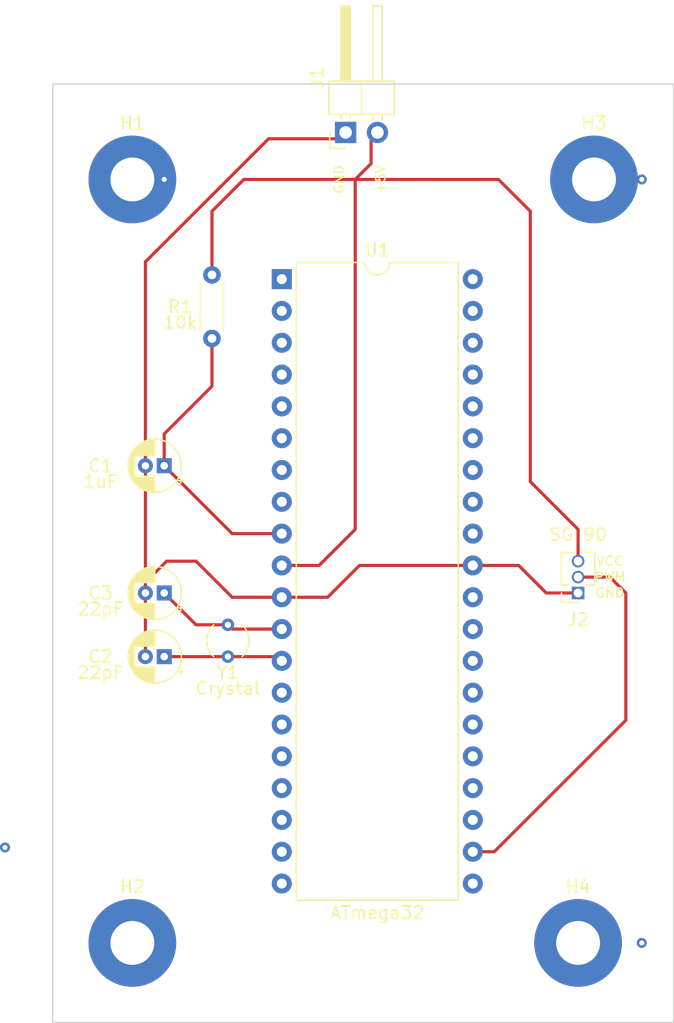
<source format=kicad_pcb>
(kicad_pcb (version 20211014) (generator pcbnew)
  (layers (0 "F.Cu" signal) (31 "B.Cu" signal) (34 "B.Paste" user) (35 "F.Paste" user) (36 "B.SilkS" user "B.Silkscreen") (37 "F.SilkS" user "F.Silkscreen") (38 "B.Mask" user) (39 "F.Mask" user) (44 "Edge.Cuts" user))
  (net 0 "")
  (net 1 "Net-(C1-Pad1)")
  (net 10 "Net-(C1-Pad2)")
  (net 11 "Net-(C2-Pad1)")
  (net 12 "Net-(C3-Pad1)")
  (net 38 "Net-(J2-Pad2)")
  (net 39 "Net-(J1-Pad2)")
  (footprint "Connector_PinHeader_2.54mm:PinHeader_1x02_P2.54mm_Horizontal" (layer "F.Cu") (at 138.933 41.967 90)
    (fp_text reference "J1" (at 4.385 -2.27 90) (layer "F.SilkS"))
    (fp_text value "Conn_01x02")
    (fp_line (start 4.1 -0.2) (end 10.1 -0.2) (layer "F.SilkS") (width 0.12))
    (fp_line (start 1.11 -0.38) (end 1.44 -0.38) (layer "F.SilkS") (width 0.12))
    (fp_line (start 4.1 -0.38) (end 10.1 -0.38) (layer "F.SilkS") (width 0.12))
    (fp_line (start 10.1 -0.38) (end 10.1 0.38) (layer "F.SilkS") (width 0.12))
    (fp_line (start 4.1 0.16) (end 10.1 0.16) (layer "F.SilkS") (width 0.12))
    (fp_line (start 1.11 0.38) (end 1.44 0.38) (layer "F.SilkS") (width 0.12))
    (fp_line (start 4.1 0.04) (end 10.1 0.04) (layer "F.SilkS") (width 0.12))
    (fp_line (start 4.1 3.87) (end 4.1 -1.33) (layer "F.SilkS") (width 0.12))
    (fp_line (start 1.042929 2.16) (end 1.44 2.16) (layer "F.SilkS") (width 0.12))
    (fp_line (start -1.27 -1.27) (end 0 -1.27) (layer "F.SilkS") (width 0.12))
    (fp_line (start 4.1 -0.08) (end 10.1 -0.08) (layer "F.SilkS") (width 0.12))
    (fp_line (start 10.1 2.16) (end 10.1 2.92) (layer "F.SilkS") (width 0.12))
    (fp_line (start 1.44 3.87) (end 4.1 3.87) (layer "F.SilkS") (width 0.12))
    (fp_line (start 1.44 -1.33) (end 1.44 3.87) (layer "F.SilkS") (width 0.12))
    (fp_line (start 10.1 2.92) (end 4.1 2.92) (layer "F.SilkS") (width 0.12))
    (fp_line (start 4.1 0.28) (end 10.1 0.28) (layer "F.SilkS") (width 0.12))
    (fp_line (start 1.042929 2.92) (end 1.44 2.92) (layer "F.SilkS") (width 0.12))
    (fp_line (start 4.1 -0.32) (end 10.1 -0.32) (layer "F.SilkS") (width 0.12))
    (fp_line (start 4.1 -1.33) (end 1.44 -1.33) (layer "F.SilkS") (width 0.12))
    (fp_line (start 1.44 1.27) (end 4.1 1.27) (layer "F.SilkS") (width 0.12))
    (fp_line (start -1.27 0) (end -1.27 -1.27) (layer "F.SilkS") (width 0.12))
    (fp_line (start 10.1 0.38) (end 4.1 0.38) (layer "F.SilkS") (width 0.12))
    (fp_line (start 4.1 2.16) (end 10.1 2.16) (layer "F.SilkS") (width 0.12))
    (pad "1" thru_hole rect (at 0 0 90) (size 1.7 1.7) (drill 1) (layers *.Cu *.Mask) (net 10 "Net-(C1-Pad2)"))
    (pad "2" thru_hole oval (at 0 2.54 90) (size 1.7 1.7) (drill 1) (layers *.Cu *.Mask) (net 39 "Net-(J1-Pad2)"))
  )
  (footprint "MountingHole:MountingHole_3.5mm_Pad" (layer "F.Cu") (at 121.92 106.68)
    (fp_text reference "H2" (at 0 -4.5) (layer "F.SilkS"))
    (fp_text value "MountingHole")
    (pad "1" thru_hole circle (at 0 0) (size 7 7) (drill 3.5) (layers *.Cu *.Mask))
  )
  (footprint "Capacitor_THT:CP_Radial_D4.0mm_P1.50mm" (layer "F.Cu") (at 124.46 68.58 180)
    (fp_text reference "C1" (at 5.08 0) (layer "F.SilkS"))
    (fp_text value "1uF" (at 5.08 -1.27) (layer "F.SilkS"))
    (fp_line (start 1.871 0.84) (end 1.871 1.76) (layer "F.SilkS") (width 0.12))
    (fp_line (start 1.591 -1.907) (end 1.591 -0.84) (layer "F.SilkS") (width 0.12))
    (fp_line (start 1.671 0.84) (end 1.671 1.87) (layer "F.SilkS") (width 0.12))
    (fp_line (start 2.271 0.84) (end 2.271 1.438) (layer "F.SilkS") (width 0.12))
    (fp_line (start 2.231 0.84) (end 2.231 1.478) (layer "F.SilkS") (width 0.12))
    (fp_line (start 1.911 0.84) (end 1.911 1.735) (layer "F.SilkS") (width 0.12))
    (fp_line (start 2.071 -1.619) (end 2.071 -0.84) (layer "F.SilkS") (width 0.12))
    (fp_line (start 0.91 -2.074) (end 0.91 -0.84) (layer "F.SilkS") (width 0.12))
    (fp_line (start 1.27 -2.016) (end 1.27 -0.84) (layer "F.SilkS") (width 0.12))
    (fp_line (start 1.31 0.84) (end 1.31 2.005) (layer "F.SilkS") (width 0.12))
    (fp_line (start 1.551 -1.924) (end 1.551 -0.84) (layer "F.SilkS") (width 0.12))
    (fp_line (start 2.111 0.84) (end 2.111 1.587) (layer "F.SilkS") (width 0.12))
    (fp_line (start 2.151 -1.552) (end 2.151 -0.84) (layer "F.SilkS") (width 0.12))
    (fp_line (start 0.83 0.84) (end 0.83 2.079) (layer "F.SilkS") (width 0.12))
    (fp_line (start 0.99 0.84) (end 0.99 2.067) (layer "F.SilkS") (width 0.12))
    (fp_line (start 2.431 -1.254) (end 2.431 1.254) (layer "F.SilkS") (width 0.12))
    (fp_line (start 1.711 0.84) (end 1.711 1.851) (layer "F.SilkS") (width 0.12))
    (fp_line (start 1.39 -1.982) (end 1.39 -0.84) (layer "F.SilkS") (width 0.12))
    (fp_line (start 2.311 -1.396) (end 2.311 -0.84) (layer "F.SilkS") (width 0.12))
    (fp_line (start 2.031 -1.65) (end 2.031 -0.84) (layer "F.SilkS") (width 0.12))
    (fp_line (start 2.511 -1.142) (end 2.511 1.142) (layer "F.SilkS") (width 0.12))
    (fp_line (start 0.75 0.84) (end 0.75 2.08) (layer "F.SilkS") (width 0.12))
    (fp_line (start 2.311 0.84) (end 2.311 1.396) (layer "F.SilkS") (width 0.12))
    (fp_line (start 1.751 0.84) (end 1.751 1.83) (layer "F.SilkS") (width 0.12))
    (fp_line (start 1.11 -2.05) (end 1.11 -0.84) (layer "F.SilkS") (width 0.12))
    (fp_line (start 2.471 -1.2) (end 2.471 1.2) (layer "F.SilkS") (width 0.12))
    (fp_line (start 1.27 0.84) (end 1.27 2.016) (layer "F.SilkS") (width 0.12))
    (fp_line (start 1.791 0.84) (end 1.791 1.808) (layer "F.SilkS") (width 0.12))
    (fp_line (start 1.511 -1.94) (end 1.511 -0.84) (layer "F.SilkS") (width 0.12))
    (fp_line (start 1.15 -2.042) (end 1.15 -0.84) (layer "F.SilkS") (width 0.12))
    (fp_line (start 1.43 -1.968) (end 1.43 -0.84) (layer "F.SilkS") (width 0.12))
    (fp_line (start 2.151 0.84) (end 2.151 1.552) (layer "F.SilkS") (width 0.12))
    (fp_line (start 0.87 0.84) (end 0.87 2.077) (layer "F.SilkS") (width 0.12))
    (fp_line (start 1.23 -2.025) (end 1.23 -0.84) (layer "F.SilkS") (width 0.12))
    (fp_line (start 1.951 0.84) (end 1.951 1.708) (layer "F.SilkS") (width 0.12))
    (fp_line (start 1.871 -1.76) (end 1.871 -0.84) (layer "F.SilkS") (width 0.12))
    (fp_line (start 1.671 -1.87) (end 1.671 -0.84) (layer "F.SilkS") (width 0.12))
    (fp_line (start 1.43 0.84) (end 1.43 1.968) (layer "F.SilkS") (width 0.12))
    (fp_line (start 1.35 -1.994) (end 1.35 -0.84) (layer "F.SilkS") (width 0.12))
    (fp_line (start 0.83 -2.079) (end 0.83 -0.84) (layer "F.SilkS") (width 0.12))
    (fp_line (start 1.511 0.84) (end 1.511 1.94) (layer "F.SilkS") (width 0.12))
    (fp_line (start 0.79 0.84) (end 0.79 2.08) (layer "F.SilkS") (width 0.12))
    (fp_line (start 1.07 0.84) (end 1.07 2.056) (layer "F.SilkS") (width 0.12))
    (fp_line (start 1.03 0.84) (end 1.03 2.062) (layer "F.SilkS") (width 0.12))
    (fp_line (start 1.11 0.84) (end 1.11 2.05) (layer "F.SilkS") (width 0.12))
    (fp_line (start 2.271 -1.438) (end 2.271 -0.84) (layer "F.SilkS") (width 0.12))
    (fp_line (start 1.551 0.84) (end 1.551 1.924) (layer "F.SilkS") (width 0.12))
    (fp_line (start 1.751 -1.83) (end 1.751 -0.84) (layer "F.SilkS") (width 0.12))
    (fp_line (start 1.35 0.84) (end 1.35 1.994) (layer "F.SilkS") (width 0.12))
    (fp_line (start 1.631 -1.889) (end 1.631 -0.84) (layer "F.SilkS") (width 0.12))
    (fp_line (start 0.95 0.84) (end 0.95 2.071) (layer "F.SilkS") (width 0.12))
    (fp_line (start 2.671 -0.859) (end 2.671 0.859) (layer "F.SilkS") (width 0.12))
    (fp_line (start 2.031 0.84) (end 2.031 1.65) (layer "F.SilkS") (width 0.12))
    (fp_line (start 2.791 -0.537) (end 2.791 0.537) (layer "F.SilkS") (width 0.12))
    (fp_line (start 1.39 0.84) (end 1.39 1.982) (layer "F.SilkS") (width 0.12))
    (fp_line (start 0.99 -2.067) (end 0.99 -0.84) (layer "F.SilkS") (width 0.12))
    (fp_line (start 2.351 -1.351) (end 2.351 1.351) (layer "F.SilkS") (width 0.12))
    (fp_line (start 1.471 -1.954) (end 1.471 -0.84) (layer "F.SilkS") (width 0.12))
    (fp_line (start 2.111 -1.587) (end 2.111 -0.84) (layer "F.SilkS") (width 0.12))
    (fp_line (start 1.991 -1.68) (end 1.991 -0.84) (layer "F.SilkS") (width 0.12))
    (fp_line (start 0.75 -2.08) (end 0.75 -0.84) (layer "F.SilkS") (width 0.12))
    (fp_line (start 1.07 -2.056) (end 1.07 -0.84) (layer "F.SilkS") (width 0.12))
    (fp_line (start 1.471 0.84) (end 1.471 1.954) (layer "F.SilkS") (width 0.12))
    (fp_line (start -1.519801 -1.195) (end -1.119801 -1.195) (layer "F.SilkS") (width 0.12))
    (fp_line (start 2.751 -0.664) (end 2.751 0.664) (layer "F.SilkS") (width 0.12))
    (fp_line (start 0.91 0.84) (end 0.91 2.074) (layer "F.SilkS") (width 0.12))
    (fp_line (start 2.631 -0.94) (end 2.631 0.94) (layer "F.SilkS") (width 0.12))
    (fp_line (start 1.31 -2.005) (end 1.31 -0.84) (layer "F.SilkS") (width 0.12))
    (fp_line (start 1.791 -1.808) (end 1.791 -0.84) (layer "F.SilkS") (width 0.12))
    (fp_line (start 1.631 0.84) (end 1.631 1.889) (layer "F.SilkS") (width 0.12))
    (fp_line (start 1.591 0.84) (end 1.591 1.907) (layer "F.SilkS") (width 0.12))
    (fp_line (start 2.071 0.84) (end 2.071 1.619) (layer "F.SilkS") (width 0.12))
    (fp_line (start 1.831 -1.785) (end 1.831 -0.84) (layer "F.SilkS") (width 0.12))
    (fp_line (start 2.391 -1.304) (end 2.391 1.304) (layer "F.SilkS") (width 0.12))
    (fp_line (start 2.191 -1.516) (end 2.191 -0.84) (layer "F.SilkS") (width 0.12))
    (fp_line (start 1.911 -1.735) (end 1.911 -0.84) (layer "F.SilkS") (width 0.12))
    (fp_line (start 1.15 0.84) (end 1.15 2.042) (layer "F.SilkS") (width 0.12))
    (fp_line (start 1.991 0.84) (end 1.991 1.68) (layer "F.SilkS") (width 0.12))
    (fp_line (start 2.831 -0.37) (end 2.831 0.37) (layer "F.SilkS") (width 0.12))
    (fp_line (start 0.87 -2.077) (end 0.87 -0.84) (layer "F.SilkS") (width 0.12))
    (fp_line (start 0.95 -2.071) (end 0.95 -0.84) (layer "F.SilkS") (width 0.12))
    (fp_line (start 1.03 -2.062) (end 1.03 -0.84) (layer "F.SilkS") (width 0.12))
    (fp_line (start 2.231 -1.478) (end 2.231 -0.84) (layer "F.SilkS") (width 0.12))
    (fp_line (start 2.711 -0.768) (end 2.711 0.768) (layer "F.SilkS") (width 0.12))
    (fp_line (start 2.551 -1.08) (end 2.551 1.08) (layer "F.SilkS") (width 0.12))
    (fp_line (start 2.191 0.84) (end 2.191 1.516) (layer "F.SilkS") (width 0.12))
    (fp_line (start 1.19 -2.034) (end 1.19 -0.84) (layer "F.SilkS") (width 0.12))
    (fp_line (start 1.831 0.84) (end 1.831 1.785) (layer "F.SilkS") (width 0.12))
    (fp_line (start 1.19 0.84) (end 1.19 2.034) (layer "F.SilkS") (width 0.12))
    (fp_line (start 1.951 -1.708) (end 1.951 -0.84) (layer "F.SilkS") (width 0.12))
    (fp_line (start 0.79 -2.08) (end 0.79 -0.84) (layer "F.SilkS") (width 0.12))
    (fp_line (start 2.591 -1.013) (end 2.591 1.013) (layer "F.SilkS") (width 0.12))
    (fp_line (start 1.23 0.84) (end 1.23 2.025) (layer "F.SilkS") (width 0.12))
    (fp_line (start -1.319801 -1.395) (end -1.319801 -0.995) (layer "F.SilkS") (width 0.12))
    (fp_line (start 1.711 -1.851) (end 1.711 -0.84) (layer "F.SilkS") (width 0.12))
    (fp_circle (center 0.75 0) (end 2.87 0) (layer "F.SilkS") (width 0.12) (fill none))
    (pad "1" thru_hole rect (at 0 0 180) (size 1.2 1.2) (drill 0.6) (layers *.Cu *.Mask) (net 1 "Net-(C1-Pad1)"))
    (pad "2" thru_hole circle (at 1.5 0 180) (size 1.2 1.2) (drill 0.6) (layers *.Cu *.Mask) (net 10 "Net-(C1-Pad2)"))
  )
  (footprint "MountingHole:MountingHole_3.5mm_Pad" (layer "F.Cu") (at 121.92 45.72)
    (fp_text reference "H1" (at 0 -4.5) (layer "F.SilkS"))
    (fp_text value "MountingHole")
    (pad "1" thru_hole circle (at 0 0) (size 7 7) (drill 3.5) (layers *.Cu *.Mask))
  )
  (footprint "Connector_PinSocket_1.27mm:PinSocket_1x03_P1.27mm_Vertical" (layer "F.Cu") (at 157.48 78.74 180)
    (fp_text reference "J2" (at 0 -2.135) (layer "F.SilkS"))
    (fp_text value "SG 90" (at 0 4.675) (layer "F.SilkS"))
    (fp_line (start -1.33 0.635) (end -1.33 3.235) (layer "F.SilkS") (width 0.12))
    (fp_line (start 1.33 -0.76) (end 1.33 0) (layer "F.SilkS") (width 0.12))
    (fp_line (start -1.33 3.235) (end -0.30753 3.235) (layer "F.SilkS") (width 0.12))
    (fp_line (start 0.76 0.635) (end 1.33 0.635) (layer "F.SilkS") (width 0.12))
    (fp_line (start 1.33 0.635) (end 1.33 3.235) (layer "F.SilkS") (width 0.12))
    (fp_line (start -1.33 0.635) (end -0.76 0.635) (layer "F.SilkS") (width 0.12))
    (fp_line (start 0 -0.76) (end 1.33 -0.76) (layer "F.SilkS") (width 0.12))
    (fp_line (start 0.30753 3.235) (end 1.33 3.235) (layer "F.SilkS") (width 0.12))
    (pad "1" thru_hole rect (at 0 0 180) (size 1 1) (drill 0.7) (layers *.Cu *.Mask) (net 10 "Net-(C1-Pad2)"))
    (pad "2" thru_hole oval (at 0 1.27 180) (size 1 1) (drill 0.7) (layers *.Cu *.Mask) (net 38 "Net-(J2-Pad2)"))
    (pad "3" thru_hole oval (at 0 2.54 180) (size 1 1) (drill 0.7) (layers *.Cu *.Mask) (net 39 "Net-(J1-Pad2)"))
  )
  (footprint "MountingHole:MountingHole_3.5mm_Pad" (layer "F.Cu") (at 157.48 106.68)
    (fp_text reference "H4" (at 0 -4.5) (layer "F.SilkS"))
    (fp_text value "MountingHole")
    (pad "1" thru_hole circle (at 0 0) (size 7 7) (drill 3.5) (layers *.Cu *.Mask))
  )
  (footprint "Crystal:Crystal_AT310_D3.0mm_L10.0mm_Vertical" (layer "F.Cu") (at 129.54 83.82 90)
    (fp_text reference "Y1" (at -1.27 0 180) (layer "F.SilkS"))
    (fp_text value "Crystal" (at -2.54 0 180) (layer "F.SilkS"))
    (fp_arc (start 2.540542 1.129479) (mid 1.270408 1.7) (end 0 1.130088) (layer "F.SilkS") (width 0.12))
    (fp_arc (start 0 -1.130088) (mid 1.270408 -1.7) (end 2.540542 -1.129479) (layer "F.SilkS") (width 0.12))
    (pad "1" thru_hole circle (at 0 0 90) (size 1 1) (drill 0.5) (layers *.Cu *.Mask) (net 11 "Net-(C2-Pad1)"))
    (pad "2" thru_hole circle (at 2.54 0 90) (size 1 1) (drill 0.5) (layers *.Cu *.Mask) (net 12 "Net-(C3-Pad1)"))
  )
  (footprint "Capacitor_THT:CP_Radial_D4.0mm_P1.50mm" (layer "F.Cu") (at 124.46 78.74 180)
    (fp_text reference "C3" (at 5.08 0) (layer "F.SilkS"))
    (fp_text value "22pF" (at 5.08 -1.27) (layer "F.SilkS"))
    (fp_line (start 1.751 -1.83) (end 1.751 -0.84) (layer "F.SilkS") (width 0.12))
    (fp_line (start 0.75 -2.08) (end 0.75 -0.84) (layer "F.SilkS") (width 0.12))
    (fp_line (start 0.99 0.84) (end 0.99 2.067) (layer "F.SilkS") (width 0.12))
    (fp_line (start 1.15 0.84) (end 1.15 2.042) (layer "F.SilkS") (width 0.12))
    (fp_line (start 2.591 -1.013) (end 2.591 1.013) (layer "F.SilkS") (width 0.12))
    (fp_line (start 0.83 -2.079) (end 0.83 -0.84) (layer "F.SilkS") (width 0.12))
    (fp_line (start 2.071 -1.619) (end 2.071 -0.84) (layer "F.SilkS") (width 0.12))
    (fp_line (start 2.111 0.84) (end 2.111 1.587) (layer "F.SilkS") (width 0.12))
    (fp_line (start 1.03 0.84) (end 1.03 2.062) (layer "F.SilkS") (width 0.12))
    (fp_line (start 2.071 0.84) (end 2.071 1.619) (layer "F.SilkS") (width 0.12))
    (fp_line (start 2.311 0.84) (end 2.311 1.396) (layer "F.SilkS") (width 0.12))
    (fp_line (start 2.271 -1.438) (end 2.271 -0.84) (layer "F.SilkS") (width 0.12))
    (fp_line (start 0.95 0.84) (end 0.95 2.071) (layer "F.SilkS") (width 0.12))
    (fp_line (start 1.711 0.84) (end 1.711 1.851) (layer "F.SilkS") (width 0.12))
    (fp_line (start 2.471 -1.2) (end 2.471 1.2) (layer "F.SilkS") (width 0.12))
    (fp_line (start 1.27 0.84) (end 1.27 2.016) (layer "F.SilkS") (width 0.12))
    (fp_line (start 2.191 0.84) (end 2.191 1.516) (layer "F.SilkS") (width 0.12))
    (fp_line (start 1.631 0.84) (end 1.631 1.889) (layer "F.SilkS") (width 0.12))
    (fp_line (start 1.39 0.84) (end 1.39 1.982) (layer "F.SilkS") (width 0.12))
    (fp_line (start 0.79 0.84) (end 0.79 2.08) (layer "F.SilkS") (width 0.12))
    (fp_line (start 1.951 -1.708) (end 1.951 -0.84) (layer "F.SilkS") (width 0.12))
    (fp_line (start 0.91 0.84) (end 0.91 2.074) (layer "F.SilkS") (width 0.12))
    (fp_line (start 1.871 -1.76) (end 1.871 -0.84) (layer "F.SilkS") (width 0.12))
    (fp_line (start 1.511 0.84) (end 1.511 1.94) (layer "F.SilkS") (width 0.12))
    (fp_line (start 0.75 0.84) (end 0.75 2.08) (layer "F.SilkS") (width 0.12))
    (fp_line (start 2.111 -1.587) (end 2.111 -0.84) (layer "F.SilkS") (width 0.12))
    (fp_line (start 2.791 -0.537) (end 2.791 0.537) (layer "F.SilkS") (width 0.12))
    (fp_line (start 1.671 -1.87) (end 1.671 -0.84) (layer "F.SilkS") (width 0.12))
    (fp_line (start 2.511 -1.142) (end 2.511 1.142) (layer "F.SilkS") (width 0.12))
    (fp_line (start 1.07 0.84) (end 1.07 2.056) (layer "F.SilkS") (width 0.12))
    (fp_line (start 0.83 0.84) (end 0.83 2.079) (layer "F.SilkS") (width 0.12))
    (fp_line (start 1.31 -2.005) (end 1.31 -0.84) (layer "F.SilkS") (width 0.12))
    (fp_line (start 1.39 -1.982) (end 1.39 -0.84) (layer "F.SilkS") (width 0.12))
    (fp_line (start 0.91 -2.074) (end 0.91 -0.84) (layer "F.SilkS") (width 0.12))
    (fp_line (start 1.31 0.84) (end 1.31 2.005) (layer "F.SilkS") (width 0.12))
    (fp_line (start 1.831 0.84) (end 1.831 1.785) (layer "F.SilkS") (width 0.12))
    (fp_line (start 1.07 -2.056) (end 1.07 -0.84) (layer "F.SilkS") (width 0.12))
    (fp_line (start 0.87 0.84) (end 0.87 2.077) (layer "F.SilkS") (width 0.12))
    (fp_line (start 1.23 -2.025) (end 1.23 -0.84) (layer "F.SilkS") (width 0.12))
    (fp_line (start 1.551 -1.924) (end 1.551 -0.84) (layer "F.SilkS") (width 0.12))
    (fp_line (start -1.319801 -1.395) (end -1.319801 -0.995) (layer "F.SilkS") (width 0.12))
    (fp_line (start 1.991 -1.68) (end 1.991 -0.84) (layer "F.SilkS") (width 0.12))
    (fp_line (start 2.351 -1.351) (end 2.351 1.351) (layer "F.SilkS") (width 0.12))
    (fp_line (start 1.631 -1.889) (end 1.631 -0.84) (layer "F.SilkS") (width 0.12))
    (fp_line (start 2.191 -1.516) (end 2.191 -0.84) (layer "F.SilkS") (width 0.12))
    (fp_line (start 1.871 0.84) (end 1.871 1.76) (layer "F.SilkS") (width 0.12))
    (fp_line (start 0.95 -2.071) (end 0.95 -0.84) (layer "F.SilkS") (width 0.12))
    (fp_line (start 1.15 -2.042) (end 1.15 -0.84) (layer "F.SilkS") (width 0.12))
    (fp_line (start 1.911 -1.735) (end 1.911 -0.84) (layer "F.SilkS") (width 0.12))
    (fp_line (start 1.711 -1.851) (end 1.711 -0.84) (layer "F.SilkS") (width 0.12))
    (fp_line (start 1.35 0.84) (end 1.35 1.994) (layer "F.SilkS") (width 0.12))
    (fp_line (start 2.391 -1.304) (end 2.391 1.304) (layer "F.SilkS") (width 0.12))
    (fp_line (start 1.19 0.84) (end 1.19 2.034) (layer "F.SilkS") (width 0.12))
    (fp_line (start 0.87 -2.077) (end 0.87 -0.84) (layer "F.SilkS") (width 0.12))
    (fp_line (start 1.751 0.84) (end 1.751 1.83) (layer "F.SilkS") (width 0.12))
    (fp_line (start 1.991 0.84) (end 1.991 1.68) (layer "F.SilkS") (width 0.12))
    (fp_line (start 2.431 -1.254) (end 2.431 1.254) (layer "F.SilkS") (width 0.12))
    (fp_line (start 1.591 -1.907) (end 1.591 -0.84) (layer "F.SilkS") (width 0.12))
    (fp_line (start 1.43 0.84) (end 1.43 1.968) (layer "F.SilkS") (width 0.12))
    (fp_line (start 2.831 -0.37) (end 2.831 0.37) (layer "F.SilkS") (width 0.12))
    (fp_line (start 0.99 -2.067) (end 0.99 -0.84) (layer "F.SilkS") (width 0.12))
    (fp_line (start 1.27 -2.016) (end 1.27 -0.84) (layer "F.SilkS") (width 0.12))
    (fp_line (start 2.231 0.84) (end 2.231 1.478) (layer "F.SilkS") (width 0.12))
    (fp_line (start 1.911 0.84) (end 1.911 1.735) (layer "F.SilkS") (width 0.12))
    (fp_line (start 2.711 -0.768) (end 2.711 0.768) (layer "F.SilkS") (width 0.12))
    (fp_line (start 1.511 -1.94) (end 1.511 -0.84) (layer "F.SilkS") (width 0.12))
    (fp_line (start 1.03 -2.062) (end 1.03 -0.84) (layer "F.SilkS") (width 0.12))
    (fp_line (start 2.271 0.84) (end 2.271 1.438) (layer "F.SilkS") (width 0.12))
    (fp_line (start 1.791 0.84) (end 1.791 1.808) (layer "F.SilkS") (width 0.12))
    (fp_line (start 1.43 -1.968) (end 1.43 -0.84) (layer "F.SilkS") (width 0.12))
    (fp_line (start 1.11 0.84) (end 1.11 2.05) (layer "F.SilkS") (width 0.12))
    (fp_line (start 1.551 0.84) (end 1.551 1.924) (layer "F.SilkS") (width 0.12))
    (fp_line (start 2.031 0.84) (end 2.031 1.65) (layer "F.SilkS") (width 0.12))
    (fp_line (start 2.151 -1.552) (end 2.151 -0.84) (layer "F.SilkS") (width 0.12))
    (fp_line (start 2.031 -1.65) (end 2.031 -0.84) (layer "F.SilkS") (width 0.12))
    (fp_line (start 1.471 0.84) (end 1.471 1.954) (layer "F.SilkS") (width 0.12))
    (fp_line (start 1.471 -1.954) (end 1.471 -0.84) (layer "F.SilkS") (width 0.12))
    (fp_line (start 0.79 -2.08) (end 0.79 -0.84) (layer "F.SilkS") (width 0.12))
    (fp_line (start 1.791 -1.808) (end 1.791 -0.84) (layer "F.SilkS") (width 0.12))
    (fp_line (start 2.151 0.84) (end 2.151 1.552) (layer "F.SilkS") (width 0.12))
    (fp_line (start 2.671 -0.859) (end 2.671 0.859) (layer "F.SilkS") (width 0.12))
    (fp_line (start 1.671 0.84) (end 1.671 1.87) (layer "F.SilkS") (width 0.12))
    (fp_line (start 2.631 -0.94) (end 2.631 0.94) (layer "F.SilkS") (width 0.12))
    (fp_line (start 1.23 0.84) (end 1.23 2.025) (layer "F.SilkS") (width 0.12))
    (fp_line (start 2.751 -0.664) (end 2.751 0.664) (layer "F.SilkS") (width 0.12))
    (fp_line (start 1.951 0.84) (end 1.951 1.708) (layer "F.SilkS") (width 0.12))
    (fp_line (start 1.35 -1.994) (end 1.35 -0.84) (layer "F.SilkS") (width 0.12))
    (fp_line (start 1.19 -2.034) (end 1.19 -0.84) (layer "F.SilkS") (width 0.12))
    (fp_line (start 2.231 -1.478) (end 2.231 -0.84) (layer "F.SilkS") (width 0.12))
    (fp_line (start 2.551 -1.08) (end 2.551 1.08) (layer "F.SilkS") (width 0.12))
    (fp_line (start -1.519801 -1.195) (end -1.119801 -1.195) (layer "F.SilkS") (width 0.12))
    (fp_line (start 1.591 0.84) (end 1.591 1.907) (layer "F.SilkS") (width 0.12))
    (fp_line (start 2.311 -1.396) (end 2.311 -0.84) (layer "F.SilkS") (width 0.12))
    (fp_line (start 1.831 -1.785) (end 1.831 -0.84) (layer "F.SilkS") (width 0.12))
    (fp_line (start 1.11 -2.05) (end 1.11 -0.84) (layer "F.SilkS") (width 0.12))
    (fp_circle (center 0.75 0) (end 2.87 0) (layer "F.SilkS") (width 0.12) (fill none))
    (pad "1" thru_hole rect (at 0 0 180) (size 1.2 1.2) (drill 0.6) (layers *.Cu *.Mask) (net 12 "Net-(C3-Pad1)"))
    (pad "2" thru_hole circle (at 1.5 0 180) (size 1.2 1.2) (drill 0.6) (layers *.Cu *.Mask) (net 10 "Net-(C1-Pad2)"))
  )
  (footprint "Resistor_THT:R_Axial_DIN0204_L3.6mm_D1.6mm_P5.08mm_Horizontal" (layer "F.Cu") (at 128.27 53.34 -90)
    (fp_text reference "R1" (at 2.54 2.54 180) (layer "F.SilkS"))
    (fp_text value "10k" (at 3.81 2.54 180) (layer "F.SilkS"))
    (fp_line (start 0.62 -0.92) (end 4.46 -0.92) (layer "F.SilkS") (width 0.12))
    (fp_line (start 0.62 0.92) (end 4.46 0.92) (layer "F.SilkS") (width 0.12))
    (pad "1" thru_hole circle (at 0 0 270) (size 1.4 1.4) (drill 0.7) (layers *.Cu *.Mask) (net 39 "Net-(J1-Pad2)"))
    (pad "2" thru_hole oval (at 5.08 0 270) (size 1.4 1.4) (drill 0.7) (layers *.Cu *.Mask) (net 1 "Net-(C1-Pad1)"))
  )
  (footprint "Capacitor_THT:CP_Radial_D4.0mm_P1.50mm" (layer "F.Cu") (at 124.46 83.82 180)
    (fp_text reference "C2" (at 5.08 0) (layer "F.SilkS"))
    (fp_text value "22pF" (at 5.08 -1.27) (layer "F.SilkS"))
    (fp_line (start 1.19 -2.034) (end 1.19 -0.84) (layer "F.SilkS") (width 0.12))
    (fp_line (start 1.671 -1.87) (end 1.671 -0.84) (layer "F.SilkS") (width 0.12))
    (fp_line (start 2.151 -1.552) (end 2.151 -0.84) (layer "F.SilkS") (width 0.12))
    (fp_line (start 1.551 -1.924) (end 1.551 -0.84) (layer "F.SilkS") (width 0.12))
    (fp_line (start 1.591 0.84) (end 1.591 1.907) (layer "F.SilkS") (width 0.12))
    (fp_line (start -1.319801 -1.395) (end -1.319801 -0.995) (layer "F.SilkS") (width 0.12))
    (fp_line (start 2.311 -1.396) (end 2.311 -0.84) (layer "F.SilkS") (width 0.12))
    (fp_line (start 1.43 0.84) (end 1.43 1.968) (layer "F.SilkS") (width 0.12))
    (fp_line (start 2.631 -0.94) (end 2.631 0.94) (layer "F.SilkS") (width 0.12))
    (fp_line (start 2.551 -1.08) (end 2.551 1.08) (layer "F.SilkS") (width 0.12))
    (fp_line (start 2.351 -1.351) (end 2.351 1.351) (layer "F.SilkS") (width 0.12))
    (fp_line (start 1.911 0.84) (end 1.911 1.735) (layer "F.SilkS") (width 0.12))
    (fp_line (start 2.751 -0.664) (end 2.751 0.664) (layer "F.SilkS") (width 0.12))
    (fp_line (start 1.31 -2.005) (end 1.31 -0.84) (layer "F.SilkS") (width 0.12))
    (fp_line (start 2.231 0.84) (end 2.231 1.478) (layer "F.SilkS") (width 0.12))
    (fp_line (start 2.511 -1.142) (end 2.511 1.142) (layer "F.SilkS") (width 0.12))
    (fp_line (start 0.83 -2.079) (end 0.83 -0.84) (layer "F.SilkS") (width 0.12))
    (fp_line (start 2.031 0.84) (end 2.031 1.65) (layer "F.SilkS") (width 0.12))
    (fp_line (start 2.471 -1.2) (end 2.471 1.2) (layer "F.SilkS") (width 0.12))
    (fp_line (start 1.35 -1.994) (end 1.35 -0.84) (layer "F.SilkS") (width 0.12))
    (fp_line (start 1.27 -2.016) (end 1.27 -0.84) (layer "F.SilkS") (width 0.12))
    (fp_line (start 0.79 -2.08) (end 0.79 -0.84) (layer "F.SilkS") (width 0.12))
    (fp_line (start 1.39 0.84) (end 1.39 1.982) (layer "F.SilkS") (width 0.12))
    (fp_line (start 2.271 -1.438) (end 2.271 -0.84) (layer "F.SilkS") (width 0.12))
    (fp_line (start 0.75 -2.08) (end 0.75 -0.84) (layer "F.SilkS") (width 0.12))
    (fp_line (start 1.11 -2.05) (end 1.11 -0.84) (layer "F.SilkS") (width 0.12))
    (fp_line (start 2.031 -1.65) (end 2.031 -0.84) (layer "F.SilkS") (width 0.12))
    (fp_line (start 1.07 0.84) (end 1.07 2.056) (layer "F.SilkS") (width 0.12))
    (fp_line (start 1.911 -1.735) (end 1.911 -0.84) (layer "F.SilkS") (width 0.12))
    (fp_line (start 2.151 0.84) (end 2.151 1.552) (layer "F.SilkS") (width 0.12))
    (fp_line (start 1.791 -1.808) (end 1.791 -0.84) (layer "F.SilkS") (width 0.12))
    (fp_line (start 2.311 0.84) (end 2.311 1.396) (layer "F.SilkS") (width 0.12))
    (fp_line (start 2.231 -1.478) (end 2.231 -0.84) (layer "F.SilkS") (width 0.12))
    (fp_line (start 0.99 -2.067) (end 0.99 -0.84) (layer "F.SilkS") (width 0.12))
    (fp_line (start 2.591 -1.013) (end 2.591 1.013) (layer "F.SilkS") (width 0.12))
    (fp_line (start 1.23 0.84) (end 1.23 2.025) (layer "F.SilkS") (width 0.12))
    (fp_line (start 1.831 -1.785) (end 1.831 -0.84) (layer "F.SilkS") (width 0.12))
    (fp_line (start 1.951 -1.708) (end 1.951 -0.84) (layer "F.SilkS") (width 0.12))
    (fp_line (start 0.91 -2.074) (end 0.91 -0.84) (layer "F.SilkS") (width 0.12))
    (fp_line (start 2.071 0.84) (end 2.071 1.619) (layer "F.SilkS") (width 0.12))
    (fp_line (start 0.95 -2.071) (end 0.95 -0.84) (layer "F.SilkS") (width 0.12))
    (fp_line (start 1.751 -1.83) (end 1.751 -0.84) (layer "F.SilkS") (width 0.12))
    (fp_line (start 1.39 -1.982) (end 1.39 -0.84) (layer "F.SilkS") (width 0.12))
    (fp_line (start 0.99 0.84) (end 0.99 2.067) (layer "F.SilkS") (width 0.12))
    (fp_line (start 0.91 0.84) (end 0.91 2.074) (layer "F.SilkS") (width 0.12))
    (fp_line (start 2.191 -1.516) (end 2.191 -0.84) (layer "F.SilkS") (width 0.12))
    (fp_line (start 1.711 0.84) (end 1.711 1.851) (layer "F.SilkS") (width 0.12))
    (fp_line (start 2.791 -0.537) (end 2.791 0.537) (layer "F.SilkS") (width 0.12))
    (fp_line (start 1.23 -2.025) (end 1.23 -0.84) (layer "F.SilkS") (width 0.12))
    (fp_line (start 1.11 0.84) (end 1.11 2.05) (layer "F.SilkS") (width 0.12))
    (fp_line (start 2.111 0.84) (end 2.111 1.587) (layer "F.SilkS") (width 0.12))
    (fp_line (start 2.431 -1.254) (end 2.431 1.254) (layer "F.SilkS") (width 0.12))
    (fp_line (start 1.07 -2.056) (end 1.07 -0.84) (layer "F.SilkS") (width 0.12))
    (fp_line (start 0.75 0.84) (end 0.75 2.08) (layer "F.SilkS") (width 0.12))
    (fp_line (start 1.991 -1.68) (end 1.991 -0.84) (layer "F.SilkS") (width 0.12))
    (fp_line (start 1.511 0.84) (end 1.511 1.94) (layer "F.SilkS") (width 0.12))
    (fp_line (start 1.35 0.84) (end 1.35 1.994) (layer "F.SilkS") (width 0.12))
    (fp_line (start 2.071 -1.619) (end 2.071 -0.84) (layer "F.SilkS") (width 0.12))
    (fp_line (start 1.19 0.84) (end 1.19 2.034) (layer "F.SilkS") (width 0.12))
    (fp_line (start 2.111 -1.587) (end 2.111 -0.84) (layer "F.SilkS") (width 0.12))
    (fp_line (start 1.15 0.84) (end 1.15 2.042) (layer "F.SilkS") (width 0.12))
    (fp_line (start 2.191 0.84) (end 2.191 1.516) (layer "F.SilkS") (width 0.12))
    (fp_line (start 1.551 0.84) (end 1.551 1.924) (layer "F.SilkS") (width 0.12))
    (fp_line (start 0.83 0.84) (end 0.83 2.079) (layer "F.SilkS") (width 0.12))
    (fp_line (start 0.87 -2.077) (end 0.87 -0.84) (layer "F.SilkS") (width 0.12))
    (fp_line (start 1.27 0.84) (end 1.27 2.016) (layer "F.SilkS") (width 0.12))
    (fp_line (start 1.511 -1.94) (end 1.511 -0.84) (layer "F.SilkS") (width 0.12))
    (fp_line (start 1.31 0.84) (end 1.31 2.005) (layer "F.SilkS") (width 0.12))
    (fp_line (start 1.871 0.84) (end 1.871 1.76) (layer "F.SilkS") (width 0.12))
    (fp_line (start 1.711 -1.851) (end 1.711 -0.84) (layer "F.SilkS") (width 0.12))
    (fp_line (start 1.591 -1.907) (end 1.591 -0.84) (layer "F.SilkS") (width 0.12))
    (fp_line (start 1.791 0.84) (end 1.791 1.808) (layer "F.SilkS") (width 0.12))
    (fp_line (start 1.631 -1.889) (end 1.631 -0.84) (layer "F.SilkS") (width 0.12))
    (fp_line (start 0.79 0.84) (end 0.79 2.08) (layer "F.SilkS") (width 0.12))
    (fp_line (start 1.471 0.84) (end 1.471 1.954) (layer "F.SilkS") (width 0.12))
    (fp_line (start 0.87 0.84) (end 0.87 2.077) (layer "F.SilkS") (width 0.12))
    (fp_line (start 2.711 -0.768) (end 2.711 0.768) (layer "F.SilkS") (width 0.12))
    (fp_line (start 1.751 0.84) (end 1.751 1.83) (layer "F.SilkS") (width 0.12))
    (fp_line (start -1.519801 -1.195) (end -1.119801 -1.195) (layer "F.SilkS") (width 0.12))
    (fp_line (start 2.271 0.84) (end 2.271 1.438) (layer "F.SilkS") (width 0.12))
    (fp_line (start 2.391 -1.304) (end 2.391 1.304) (layer "F.SilkS") (width 0.12))
    (fp_line (start 0.95 0.84) (end 0.95 2.071) (layer "F.SilkS") (width 0.12))
    (fp_line (start 1.951 0.84) (end 1.951 1.708) (layer "F.SilkS") (width 0.12))
    (fp_line (start 1.831 0.84) (end 1.831 1.785) (layer "F.SilkS") (width 0.12))
    (fp_line (start 2.831 -0.37) (end 2.831 0.37) (layer "F.SilkS") (width 0.12))
    (fp_line (start 1.991 0.84) (end 1.991 1.68) (layer "F.SilkS") (width 0.12))
    (fp_line (start 1.871 -1.76) (end 1.871 -0.84) (layer "F.SilkS") (width 0.12))
    (fp_line (start 1.43 -1.968) (end 1.43 -0.84) (layer "F.SilkS") (width 0.12))
    (fp_line (start 1.671 0.84) (end 1.671 1.87) (layer "F.SilkS") (width 0.12))
    (fp_line (start 2.671 -0.859) (end 2.671 0.859) (layer "F.SilkS") (width 0.12))
    (fp_line (start 1.471 -1.954) (end 1.471 -0.84) (layer "F.SilkS") (width 0.12))
    (fp_line (start 1.03 -2.062) (end 1.03 -0.84) (layer "F.SilkS") (width 0.12))
    (fp_line (start 1.631 0.84) (end 1.631 1.889) (layer "F.SilkS") (width 0.12))
    (fp_line (start 1.03 0.84) (end 1.03 2.062) (layer "F.SilkS") (width 0.12))
    (fp_line (start 1.15 -2.042) (end 1.15 -0.84) (layer "F.SilkS") (width 0.12))
    (fp_circle (center 0.75 0) (end 2.87 0) (layer "F.SilkS") (width 0.12) (fill none))
    (pad "1" thru_hole rect (at 0 0 180) (size 1.2 1.2) (drill 0.6) (layers *.Cu *.Mask) (net 11 "Net-(C2-Pad1)"))
    (pad "2" thru_hole circle (at 1.5 0 180) (size 1.2 1.2) (drill 0.6) (layers *.Cu *.Mask) (net 10 "Net-(C1-Pad2)"))
  )
  (footprint "MountingHole:MountingHole_3.5mm_Pad" (layer "F.Cu") (at 158.75 45.72)
    (fp_text reference "H3" (at 0 -4.5) (layer "F.SilkS"))
    (fp_text value "MountingHole")
    (pad "1" thru_hole circle (at 0 0) (size 7 7) (drill 3.5) (layers *.Cu *.Mask))
  )
  (footprint "Package_DIP:DIP-40_W15.24mm" (layer "F.Cu") (at 133.84 53.68)
    (fp_text reference "U1" (at 7.62 -2.33) (layer "F.SilkS"))
    (fp_text value "ATmega32" (at 7.62 50.59) (layer "F.SilkS"))
    (fp_line (start 14.08 -1.33) (end 8.62 -1.33) (layer "F.SilkS") (width 0.12))
    (fp_line (start 14.08 49.59) (end 14.08 -1.33) (layer "F.SilkS") (width 0.12))
    (fp_line (start 1.16 -1.33) (end 1.16 49.59) (layer "F.SilkS") (width 0.12))
    (fp_line (start 6.62 -1.33) (end 1.16 -1.33) (layer "F.SilkS") (width 0.12))
    (fp_line (start 1.16 49.59) (end 14.08 49.59) (layer "F.SilkS") (width 0.12))
    (fp_arc (start 8.62 -1.33) (mid 7.62 -0.33) (end 6.62 -1.33) (layer "F.SilkS") (width 0.12))
    (pad "1" thru_hole rect (at 0 0) (size 1.6 1.6) (drill 0.8) (layers *.Cu *.Mask))
    (pad "2" thru_hole oval (at 0 2.54) (size 1.6 1.6) (drill 0.8) (layers *.Cu *.Mask))
    (pad "3" thru_hole oval (at 0 5.08) (size 1.6 1.6) (drill 0.8) (layers *.Cu *.Mask))
    (pad "4" thru_hole oval (at 0 7.62) (size 1.6 1.6) (drill 0.8) (layers *.Cu *.Mask))
    (pad "5" thru_hole oval (at 0 10.16) (size 1.6 1.6) (drill 0.8) (layers *.Cu *.Mask))
    (pad "6" thru_hole oval (at 0 12.7) (size 1.6 1.6) (drill 0.8) (layers *.Cu *.Mask))
    (pad "7" thru_hole oval (at 0 15.24) (size 1.6 1.6) (drill 0.8) (layers *.Cu *.Mask))
    (pad "8" thru_hole oval (at 0 17.78) (size 1.6 1.6) (drill 0.8) (layers *.Cu *.Mask))
    (pad "9" thru_hole oval (at 0 20.32) (size 1.6 1.6) (drill 0.8) (layers *.Cu *.Mask) (net 1 "Net-(C1-Pad1)"))
    (pad "10" thru_hole oval (at 0 22.86) (size 1.6 1.6) (drill 0.8) (layers *.Cu *.Mask) (net 39 "Net-(J1-Pad2)"))
    (pad "11" thru_hole oval (at 0 25.4) (size 1.6 1.6) (drill 0.8) (layers *.Cu *.Mask) (net 10 "Net-(C1-Pad2)"))
    (pad "12" thru_hole oval (at 0 27.94) (size 1.6 1.6) (drill 0.8) (layers *.Cu *.Mask) (net 12 "Net-(C3-Pad1)"))
    (pad "13" thru_hole oval (at 0 30.48) (size 1.6 1.6) (drill 0.8) (layers *.Cu *.Mask) (net 11 "Net-(C2-Pad1)"))
    (pad "14" thru_hole oval (at 0 33.02) (size 1.6 1.6) (drill 0.8) (layers *.Cu *.Mask))
    (pad "15" thru_hole oval (at 0 35.56) (size 1.6 1.6) (drill 0.8) (layers *.Cu *.Mask))
    (pad "16" thru_hole oval (at 0 38.1) (size 1.6 1.6) (drill 0.8) (layers *.Cu *.Mask))
    (pad "17" thru_hole oval (at 0 40.64) (size 1.6 1.6) (drill 0.8) (layers *.Cu *.Mask))
    (pad "18" thru_hole oval (at 0 43.18) (size 1.6 1.6) (drill 0.8) (layers *.Cu *.Mask))
    (pad "19" thru_hole oval (at 0 45.72) (size 1.6 1.6) (drill 0.8) (layers *.Cu *.Mask))
    (pad "20" thru_hole oval (at 0 48.26) (size 1.6 1.6) (drill 0.8) (layers *.Cu *.Mask))
    (pad "21" thru_hole oval (at 15.24 48.26) (size 1.6 1.6) (drill 0.8) (layers *.Cu *.Mask))
    (pad "22" thru_hole oval (at 15.24 45.72) (size 1.6 1.6) (drill 0.8) (layers *.Cu *.Mask) (net 38 "Net-(J2-Pad2)"))
    (pad "23" thru_hole oval (at 15.24 43.18) (size 1.6 1.6) (drill 0.8) (layers *.Cu *.Mask))
    (pad "24" thru_hole oval (at 15.24 40.64) (size 1.6 1.6) (drill 0.8) (layers *.Cu *.Mask))
    (pad "25" thru_hole oval (at 15.24 38.1) (size 1.6 1.6) (drill 0.8) (layers *.Cu *.Mask))
    (pad "26" thru_hole oval (at 15.24 35.56) (size 1.6 1.6) (drill 0.8) (layers *.Cu *.Mask))
    (pad "27" thru_hole oval (at 15.24 33.02) (size 1.6 1.6) (drill 0.8) (layers *.Cu *.Mask))
    (pad "28" thru_hole oval (at 15.24 30.48) (size 1.6 1.6) (drill 0.8) (layers *.Cu *.Mask))
    (pad "29" thru_hole oval (at 15.24 27.94) (size 1.6 1.6) (drill 0.8) (layers *.Cu *.Mask))
    (pad "30" thru_hole oval (at 15.24 25.4) (size 1.6 1.6) (drill 0.8) (layers *.Cu *.Mask))
    (pad "31" thru_hole oval (at 15.24 22.86) (size 1.6 1.6) (drill 0.8) (layers *.Cu *.Mask) (net 10 "Net-(C1-Pad2)"))
    (pad "32" thru_hole oval (at 15.24 20.32) (size 1.6 1.6) (drill 0.8) (layers *.Cu *.Mask))
    (pad "33" thru_hole oval (at 15.24 17.78) (size 1.6 1.6) (drill 0.8) (layers *.Cu *.Mask))
    (pad "34" thru_hole oval (at 15.24 15.24) (size 1.6 1.6) (drill 0.8) (layers *.Cu *.Mask))
    (pad "35" thru_hole oval (at 15.24 12.7) (size 1.6 1.6) (drill 0.8) (layers *.Cu *.Mask))
    (pad "36" thru_hole oval (at 15.24 10.16) (size 1.6 1.6) (drill 0.8) (layers *.Cu *.Mask))
    (pad "37" thru_hole oval (at 15.24 7.62) (size 1.6 1.6) (drill 0.8) (layers *.Cu *.Mask))
    (pad "38" thru_hole oval (at 15.24 5.08) (size 1.6 1.6) (drill 0.8) (layers *.Cu *.Mask))
    (pad "39" thru_hole oval (at 15.24 2.54) (size 1.6 1.6) (drill 0.8) (layers *.Cu *.Mask))
    (pad "40" thru_hole oval (at 15.24 0) (size 1.6 1.6) (drill 0.8) (layers *.Cu *.Mask))
  )
  (gr_rect (start 115.57 38.1) (end 165.1 113.03) (layer "Edge.Cuts") (width 0.1) (fill none))
  (gr_text "+5V" (at 141.732 45.72 90) (layer "F.SilkS") (effects (font (size 0.75 0.75) (thickness 0.125))))
  (gr_text "GND" (at 138.43 45.72 90) (layer "F.SilkS") (effects (font (size 0.75 0.75) (thickness 0.125))))
  (gr_text "VCC" (at 160.02 76.2) (layer "F.SilkS") (effects (font (size 0.75 0.75) (thickness 0.125))))
  (gr_text "PWM" (at 160.02 77.47) (layer "F.SilkS") (effects (font (size 0.75 0.75) (thickness 0.125))))
  (gr_text "GND" (at 160.02 78.74) (layer "F.SilkS") (effects (font (size 0.75 0.75) (thickness 0.125))))
  (via (at 124.46 45.72) (size 0.8) (drill 0.4) (layers "F.Cu" "B.Cu") (net 0))
  (via (at 121.92 45.72) (size 0.8) (drill 0.4) (layers "F.Cu" "B.Cu") (net 0))
  (via (at 162.56 106.68) (size 0.8) (drill 0.4) (layers "F.Cu" "B.Cu") (net 0))
  (via (at 121.92 106.68) (size 0.8) (drill 0.4) (layers "F.Cu" "B.Cu") (net 0))
  (via (at 121.92 45.72) (size 0.8) (drill 0.4) (layers "F.Cu" "B.Cu") (net 0))
  (via (at 162.56 45.72) (size 0.8) (drill 0.4) (layers "F.Cu" "B.Cu") (net 0))
  (via (at 111.76 99.06) (size 0.8) (drill 0.4) (layers "F.Cu" "B.Cu") (net 0))
  (segment (start 128.27 62.23) (end 128.27 58.42) (width 0.25) (layer "F.Cu") (net 1))
  (segment (start 133.84 74) (end 129.88 74) (width 0.25) (layer "F.Cu") (net 1))
  (segment (start 124.46 68.58) (end 124.46 66.04) (width 0.25) (layer "F.Cu") (net 1))
  (segment (start 124.46 66.04) (end 128.27 62.23) (width 0.25) (layer "F.Cu") (net 1))
  (segment (start 129.88 74) (end 124.46 68.58) (width 0.25) (layer "F.Cu") (net 1))
  (segment (start 140.04 76.54) (end 149.08 76.54) (width 0.25) (layer "F.Cu") (net 10))
  (segment (start 122.96 78.74) (end 122.96 77.891472) (width 0.25) (layer "F.Cu") (net 10))
  (segment (start 149.08 76.54) (end 152.74 76.54) (width 0.25) (layer "F.Cu") (net 10))
  (segment (start 137.5 79.08) (end 140.04 76.54) (width 0.25) (layer "F.Cu") (net 10))
  (segment (start 129.88 79.08) (end 133.84 79.08) (width 0.25) (layer "F.Cu") (net 10))
  (segment (start 122.96 83.82) (end 122.96 78.74) (width 0.25) (layer "F.Cu") (net 10))
  (segment (start 133.84 79.08) (end 137.5 79.08) (width 0.25) (layer "F.Cu") (net 10))
  (segment (start 124.651472 76.2) (end 127 76.2) (width 0.25) (layer "F.Cu") (net 10))
  (segment (start 127 76.2) (end 129.88 79.08) (width 0.25) (layer "F.Cu") (net 10))
  (segment (start 122.96 77.891472) (end 124.651472 76.2) (width 0.25) (layer "F.Cu") (net 10))
  (segment (start 152.74 76.54) (end 154.94 78.74) (width 0.25) (layer "F.Cu") (net 10))
  (segment (start 122.96 77.891472) (end 122.96 68.58) (width 0.25) (layer "F.Cu") (net 10))
  (segment (start 132.785 42.475) (end 138.43 42.475) (width 0.25) (layer "F.Cu") (net 10))
  (segment (start 122.96 52.3) (end 132.785 42.475) (width 0.25) (layer "F.Cu") (net 10))
  (segment (start 154.94 78.74) (end 157.48 78.74) (width 0.25) (layer "F.Cu") (net 10))
  (segment (start 122.96 68.58) (end 122.96 52.3) (width 0.25) (layer "F.Cu") (net 10))
  (segment (start 124.46 83.82) (end 129.54 83.82) (width 0.25) (layer "F.Cu") (net 11))
  (segment (start 133.5 83.82) (end 133.84 84.16) (width 0.25) (layer "F.Cu") (net 11))
  (segment (start 129.54 83.82) (end 133.5 83.82) (width 0.25) (layer "F.Cu") (net 11))
  (segment (start 127 81.28) (end 124.46 78.74) (width 0.25) (layer "F.Cu") (net 12))
  (segment (start 129.54 81.28) (end 127 81.28) (width 0.25) (layer "F.Cu") (net 12))
  (segment (start 129.88 81.62) (end 129.54 81.28) (width 0.25) (layer "F.Cu") (net 12))
  (segment (start 133.84 81.62) (end 129.88 81.62) (width 0.25) (layer "F.Cu") (net 12))
  (segment (start 150.79 99.4) (end 161.29 88.9) (width 0.25) (layer "F.Cu") (net 38))
  (segment (start 160.02 77.47) (end 157.48 77.47) (width 0.25) (layer "F.Cu") (net 38))
  (segment (start 161.29 88.9) (end 161.29 78.74) (width 0.25) (layer "F.Cu") (net 38))
  (segment (start 161.29 78.74) (end 160.02 77.47) (width 0.25) (layer "F.Cu") (net 38))
  (segment (start 149.08 99.4) (end 150.79 99.4) (width 0.25) (layer "F.Cu") (net 38))
  (segment (start 144.78 45.72) (end 139.7 45.72) (width 0.25) (layer "F.Cu") (net 39))
  (segment (start 153.67 69.85) (end 153.67 48.26) (width 0.25) (layer "F.Cu") (net 39))
  (segment (start 153.67 48.26) (end 151.13 45.72) (width 0.25) (layer "F.Cu") (net 39))
  (segment (start 128.27 53.34) (end 128.27 48.26) (width 0.25) (layer "F.Cu") (net 39))
  (segment (start 133.84 76.54) (end 136.82 76.54) (width 0.25) (layer "F.Cu") (net 39))
  (segment (start 136.82 76.54) (end 137.16 76.2) (width 0.25) (layer "F.Cu") (net 39))
  (segment (start 137.16 76.2) (end 139.7 73.66) (width 0.25) (layer "F.Cu") (net 39))
  (segment (start 157.48 76.2) (end 157.48 73.66) (width 0.25) (layer "F.Cu") (net 39))
  (segment (start 139.7 73.66) (end 139.7 45.72) (width 0.25) (layer "F.Cu") (net 39))
  (segment (start 157.48 73.66) (end 153.67 69.85) (width 0.25) (layer "F.Cu") (net 39))
  (segment (start 151.13 45.72) (end 144.78 45.72) (width 0.25) (layer "F.Cu") (net 39))
  (segment (start 130.81 45.72) (end 139.7 45.72) (width 0.25) (layer "F.Cu") (net 39))
  (segment (start 139.7 45.72) (end 140.965 44.455) (width 0.25) (layer "F.Cu") (net 39))
  (segment (start 140.965 44.455) (end 140.965 42.475) (width 0.25) (layer "F.Cu") (net 39))
  (segment (start 128.27 48.26) (end 130.81 45.72) (width 0.25) (layer "F.Cu") (net 39))
)
</source>
